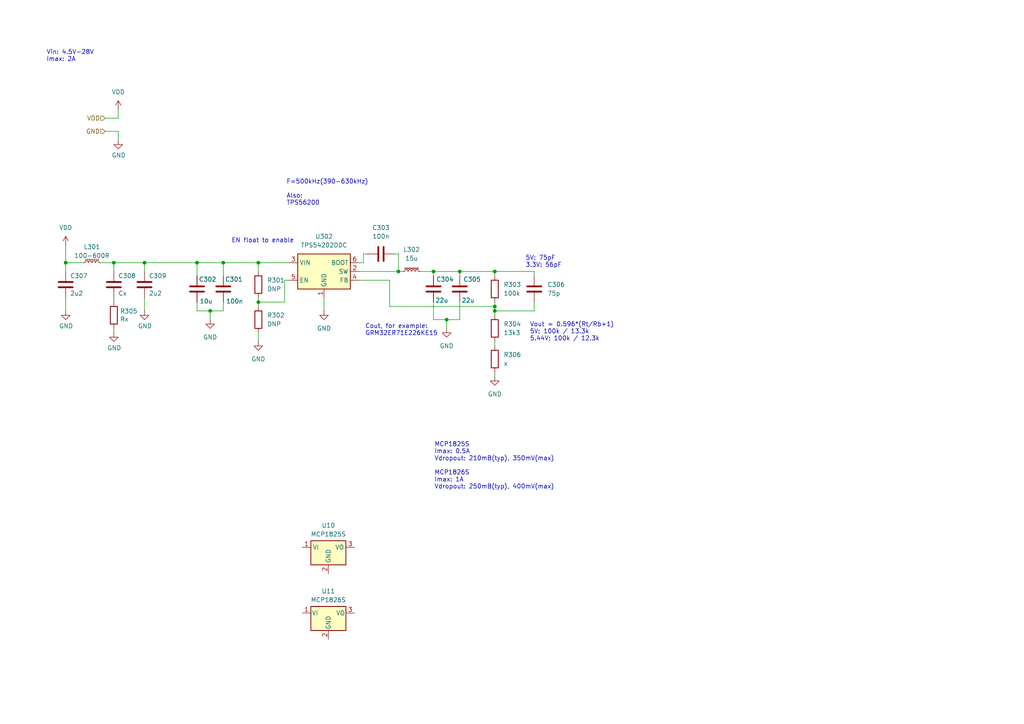
<source format=kicad_sch>
(kicad_sch (version 20231120) (generator "eeschema") (generator_version "8.0")
  (paper "A4")
  (lib_symbols
    (symbol "Device:C" (pin_numbers hide) (pin_names (offset 0.254))
      (property "Reference" "C" (at 0.635 2.54 0))
      (property "Value" "C" (at 0.635 -2.54 0))
      (symbol "C_0_1"
        (polyline (pts (xy -2.032 -0.762) (xy 2.032 -0.762)) (stroke (width 0.508)))
        (polyline (pts (xy -2.032 0.762) (xy 2.032 0.762)) (stroke (width 0.508)))
      )
      (symbol "C_1_1"
        (pin passive line (at 0 3.81 270) (length 2.794) (name "~") (number "1"))
        (pin passive line (at 0 -3.81 90) (length 2.794) (name "~") (number "2"))
      )
    )
    (symbol "Device:L_Ferrite_Small" (pin_numbers hide) (pin_names (offset 0.254) hide)
      (property "Reference" "L" (at 1.27 1.016 0))
      (property "Value" "L_Ferrite_Small" (at 1.27 -1.27 0))
      (symbol "L_Ferrite_Small_0_1"
        (arc (start 0 -2.032) (mid 0.5058 -1.524) (end 0 -1.016))
        (arc (start 0 -1.016) (mid 0.5058 -0.508) (end 0 0))
        (polyline (pts (xy 0.762 -1.905) (xy 0.762 -1.651)))
        (polyline (pts (xy 0.762 -1.397) (xy 0.762 -1.143)))
        (polyline (pts (xy 0.762 -0.889) (xy 0.762 -0.635)))
        (polyline (pts (xy 0.762 -0.381) (xy 0.762 -0.127)))
        (polyline (pts (xy 0.762 0.127) (xy 0.762 0.381)))
        (polyline (pts (xy 0.762 0.635) (xy 0.762 0.889)))
        (polyline (pts (xy 0.762 1.143) (xy 0.762 1.397)))
        (polyline (pts (xy 0.762 1.651) (xy 0.762 1.905)))
        (polyline (pts (xy 1.016 -1.651) (xy 1.016 -1.905)))
        (polyline (pts (xy 1.016 -1.143) (xy 1.016 -1.397)))
        (polyline (pts (xy 1.016 -0.635) (xy 1.016 -0.889)))
        (polyline (pts (xy 1.016 -0.127) (xy 1.016 -0.381)))
        (polyline (pts (xy 1.016 0.381) (xy 1.016 0.127)))
        (polyline (pts (xy 1.016 0.889) (xy 1.016 0.635)))
        (polyline (pts (xy 1.016 1.397) (xy 1.016 1.143)))
        (polyline (pts (xy 1.016 1.905) (xy 1.016 1.651)))
        (arc (start 0 0) (mid 0.5058 0.508) (end 0 1.016))
        (arc (start 0 1.016) (mid 0.5058 1.524) (end 0 2.032))
      )
      (symbol "L_Ferrite_Small_1_1"
        (pin passive line (at 0 2.54 270) (length 0.508) (name "~") (number "1"))
        (pin passive line (at 0 -2.54 90) (length 0.508) (name "~") (number "2"))
      )
    )
    (symbol "Device:L_Iron_Small" (pin_numbers hide) (pin_names (offset 0.254) hide)
      (property "Reference" "L" (at 1.27 1.016 0))
      (property "Value" "L_Iron_Small" (at 1.27 -1.27 0))
      (symbol "L_Iron_Small_0_1"
        (arc (start 0 -2.032) (mid 0.5058 -1.524) (end 0 -1.016))
        (arc (start 0 -1.016) (mid 0.5058 -0.508) (end 0 0))
        (polyline (pts (xy 0.762 2.032) (xy 0.762 -2.032)))
        (polyline (pts (xy 1.016 -2.032) (xy 1.016 2.032)))
        (arc (start 0 0) (mid 0.5058 0.508) (end 0 1.016))
        (arc (start 0 1.016) (mid 0.5058 1.524) (end 0 2.032))
      )
      (symbol "L_Iron_Small_1_1"
        (pin passive line (at 0 2.54 270) (length 0.508) (name "~") (number "1"))
        (pin passive line (at 0 -2.54 90) (length 0.508) (name "~") (number "2"))
      )
    )
    (symbol "Device:R" (pin_numbers hide) (pin_names (offset 0))
      (property "Reference" "R" (at 2.032 0 90))
      (property "Value" "R" (at 0 0 90))
      (symbol "R_0_1"
        (rectangle (start -1.016 -2.54) (end 1.016 2.54) (stroke (width 0.254)))
      )
      (symbol "R_1_1"
        (pin passive line (at 0 3.81 270) (length 1.27) (name "~") (number "1"))
        (pin passive line (at 0 -3.81 90) (length 1.27) (name "~") (number "2"))
      )
    )
    (symbol "Regulator_Linear:MCP1825S"
      (property "Reference" "U" (at -3.81 3.175 0))
      (property "Value" "MCP1825S" (at 0 3.175 0))
      (symbol "MCP1825S_0_1"
        (rectangle (start -5.08 1.905) (end 5.08 -5.08) (stroke (width 0.254)) (fill (type background)))
      )
      (symbol "MCP1825S_1_1"
        (pin power_in line (at -7.62 0 0) (length 2.54) (name "VI") (number "1"))
        (pin power_in line (at 0 -7.62 90) (length 2.54) (name "GND") (number "2"))
        (pin power_out line (at 7.62 0 180) (length 2.54) (name "VO") (number "3"))
      )
    )
    (symbol "Regulator_Linear:MCP1826S" (pin_names (offset 0.254))
      (property "Reference" "U" (at -3.81 3.175 0))
      (property "Value" "MCP1826S" (at 0 3.175 0))
      (symbol "MCP1826S_0_1"
        (rectangle (start -5.08 1.905) (end 5.08 -5.08) (stroke (width 0.254)) (fill (type background)))
      )
      (symbol "MCP1826S_1_1"
        (pin power_in line (at -7.62 0 0) (length 2.54) (name "VI") (number "1"))
        (pin power_in line (at 0 -7.62 90) (length 2.54) (name "GND") (number "2"))
        (pin power_out line (at 7.62 0 180) (length 2.54) (name "VO") (number "3"))
      )
    )
    (symbol "Regulator_Switching:TPS54202DDC"
      (property "Reference" "U" (at -7.62 6.35 0))
      (property "Value" "TPS54202DDC" (at 0 6.35 0))
      (symbol "TPS54202DDC_0_1"
        (rectangle (start -7.62 5.08) (end 7.62 -5.08) (stroke (width 0.254)) (fill (type background)))
      )
      (symbol "TPS54202DDC_1_1"
        (pin power_in line (at 0 -7.62 90) (length 2.54) (name "GND") (number "1"))
        (pin power_out line (at 10.16 0 180) (length 2.54) (name "SW") (number "2"))
        (pin power_in line (at -10.16 2.54 0) (length 2.54) (name "VIN") (number "3"))
        (pin input line (at 10.16 -2.54 180) (length 2.54) (name "FB") (number "4"))
        (pin input line (at -10.16 -2.54 0) (length 2.54) (name "EN") (number "5"))
        (pin passive line (at 10.16 2.54 180) (length 2.54) (name "BOOT") (number "6"))
      )
    )
    (symbol "power:GND" (power) (pin_numbers hide) (pin_names (offset 0) hide)
      (property "Value" "GND" (at 0 -3.81 0))
      (symbol "GND_0_1"
        (polyline (pts (xy 0 0) (xy 0 -1.27) (xy 1.27 -1.27) (xy 0 -2.54) (xy -1.27 -1.27) (xy 0 -1.27)))
      )
      (symbol "GND_1_1"
        (pin power_in line (at 0 0 270) (length 0) (name "~") (number "1"))
      )
    )
    (symbol "power:VDD" (power) (pin_numbers hide) (pin_names (offset 0) hide)
      (property "Value" "VDD" (at 0 3.556 0))
      (symbol "VDD_0_1"
        (polyline (pts (xy -0.762 1.27) (xy 0 2.54)))
        (polyline (pts (xy 0 0) (xy 0 2.54)))
        (polyline (pts (xy 0 2.54) (xy 0.762 1.27)))
      )
      (symbol "VDD_1_1"
        (pin power_in line (at 0 0 90) (length 0) (name "~") (number "1"))
      )
    )
  )
  (junction (at 19.05 76.2))
  (junction (at 133.35 78.74))
  (junction (at 129.54 92.71))
  (junction (at 115.57 78.74))
  (junction (at 64.77 76.2))
  (junction (at 60.96 90.17))
  (junction (at 74.93 76.2))
  (junction (at 143.51 90.17))
  (junction (at 57.15 76.2))
  (junction (at 41.91 76.2))
  (junction (at 143.51 78.74))
  (junction (at 74.93 87.63))
  (junction (at 33.02 76.2))
  (junction (at 125.73 78.74))
  (junction (at 143.51 88.9))
  (wire (pts (xy 125.73 92.71) (xy 129.54 92.71)))
  (wire (pts (xy 154.94 90.17) (xy 143.51 90.17)))
  (wire (pts (xy 19.05 71.12) (xy 19.05 76.2)))
  (wire (pts (xy 104.14 76.2) (xy 105.41 76.2)))
  (wire (pts (xy 114.3 73.66) (xy 115.57 73.66)))
  (wire (pts (xy 133.35 78.74) (xy 143.51 78.74)))
  (wire (pts (xy 125.73 78.74) (xy 125.73 80.01)))
  (wire (pts (xy 41.91 76.2) (xy 57.15 76.2)))
  (wire (pts (xy 143.51 88.9) (xy 113.03 88.9)))
  (wire (pts (xy 57.15 90.17) (xy 60.96 90.17)))
  (wire (pts (xy 143.51 88.9) (xy 143.51 90.17)))
  (wire (pts (xy 29.21 76.2) (xy 33.02 76.2)))
  (wire (pts (xy 19.05 78.74) (xy 19.05 76.2)))
  (wire (pts (xy 143.51 78.74) (xy 143.51 80.01)))
  (wire (pts (xy 125.73 87.63) (xy 125.73 92.71)))
  (wire (pts (xy 82.55 81.28) (xy 82.55 87.63)))
  (wire (pts (xy 41.91 76.2) (xy 41.91 78.74)))
  (wire (pts (xy 64.77 90.17) (xy 64.77 87.63)))
  (wire (pts (xy 30.48 38.1) (xy 34.29 38.1)))
  (wire (pts (xy 74.93 86.36) (xy 74.93 87.63)))
  (wire (pts (xy 19.05 76.2) (xy 24.13 76.2)))
  (wire (pts (xy 60.96 90.17) (xy 60.96 92.71)))
  (wire (pts (xy 74.93 87.63) (xy 74.93 88.9)))
  (wire (pts (xy 33.02 95.25) (xy 33.02 96.52)))
  (wire (pts (xy 115.57 78.74) (xy 116.84 78.74)))
  (wire (pts (xy 143.51 87.63) (xy 143.51 88.9)))
  (wire (pts (xy 82.55 87.63) (xy 74.93 87.63)))
  (wire (pts (xy 129.54 92.71) (xy 133.35 92.71)))
  (wire (pts (xy 121.92 78.74) (xy 125.73 78.74)))
  (wire (pts (xy 34.29 34.29) (xy 34.29 31.75)))
  (wire (pts (xy 125.73 78.74) (xy 133.35 78.74)))
  (wire (pts (xy 57.15 87.63) (xy 57.15 90.17)))
  (wire (pts (xy 57.15 76.2) (xy 64.77 76.2)))
  (wire (pts (xy 133.35 78.74) (xy 133.35 80.01)))
  (wire (pts (xy 143.51 90.17) (xy 143.51 91.44)))
  (wire (pts (xy 74.93 76.2) (xy 83.82 76.2)))
  (wire (pts (xy 30.48 34.29) (xy 34.29 34.29)))
  (wire (pts (xy 105.41 73.66) (xy 106.68 73.66)))
  (wire (pts (xy 83.82 81.28) (xy 82.55 81.28)))
  (wire (pts (xy 113.03 81.28) (xy 104.14 81.28)))
  (wire (pts (xy 104.14 78.74) (xy 115.57 78.74)))
  (wire (pts (xy 57.15 76.2) (xy 57.15 80.01)))
  (wire (pts (xy 129.54 92.71) (xy 129.54 95.25)))
  (wire (pts (xy 143.51 99.06) (xy 143.51 100.33)))
  (wire (pts (xy 33.02 76.2) (xy 41.91 76.2)))
  (wire (pts (xy 113.03 88.9) (xy 113.03 81.28)))
  (wire (pts (xy 41.91 86.36) (xy 41.91 90.17)))
  (wire (pts (xy 60.96 90.17) (xy 64.77 90.17)))
  (wire (pts (xy 115.57 73.66) (xy 115.57 78.74)))
  (wire (pts (xy 64.77 76.2) (xy 74.93 76.2)))
  (wire (pts (xy 34.29 38.1) (xy 34.29 40.64)))
  (wire (pts (xy 33.02 86.36) (xy 33.02 87.63)))
  (wire (pts (xy 154.94 80.01) (xy 154.94 78.74)))
  (wire (pts (xy 74.93 78.74) (xy 74.93 76.2)))
  (wire (pts (xy 154.94 87.63) (xy 154.94 90.17)))
  (wire (pts (xy 33.02 76.2) (xy 33.02 78.74)))
  (wire (pts (xy 154.94 78.74) (xy 143.51 78.74)))
  (wire (pts (xy 93.98 86.36) (xy 93.98 90.17)))
  (wire (pts (xy 105.41 73.66) (xy 105.41 76.2)))
  (wire (pts (xy 133.35 92.71) (xy 133.35 87.63)))
  (wire (pts (xy 143.51 107.95) (xy 143.51 109.22)))
  (wire (pts (xy 74.93 96.52) (xy 74.93 99.06)))
  (wire (pts (xy 19.05 86.36) (xy 19.05 90.17)))
  (wire (pts (xy 64.77 76.2) (xy 64.77 80.01)))
  (text "5V: 75pF\n3.3V: 56pF" (at 152.4 75.946 0) (effects (font (size 1.27 1.27)) (justify left)))
  (text "Cout, for example:\nGRM32ER71E226KE15" (at 105.918 93.98 0) (effects (font (size 1.27 1.27)) (justify left top)))
  (text "EN float to enable" (at 76.2 69.85 0) (effects (font (size 1.27 1.27))))
  (text "Vin: 4.5V-28V\nImax: 2A" (at 13.462 16.256 0) (effects (font (size 1.27 1.27)) (justify left)))
  (text "MCP1825S\nImax: 0.5A\nVdropout: 210mB(typ), 350mV(max)\n\nMCP1826S\nImax: 1A\nVdropout: 250mB(typ), 400mV(max)" (at 125.984 135.128 0) (effects (font (size 1.27 1.27)) (justify left)))
  (text "Vout = 0.596*(Rt/Rb+1)\n5V: 100k / 13.3k\n5.44V: 100k / 12.3k" (at 153.67 93.472 0) (effects (font (size 1.27 1.27)) (justify left top)))
  (text "F=500kHz(390-630kHz)\n\nAlso:\nTPS56200" (at 83.058 52.07 0) (effects (font (size 1.27 1.27)) (justify left top)))
  (hierarchical_label "GND" (shape input) (at 30.48 38.1 180))
  (hierarchical_label "VDD" (shape input) (at 30.48 34.29 180))
  (symbol (lib_id "power:VDD") (at 34.29 31.75 0) (unit 1)
    (property "Reference" "#PWR0308" (effects (hide yes)))
    (property "Value" "VDD" (at 34.29 26.67 0))
    (property "Description" "Power symbol creates a global label with name \"VDD\"" (effects (hide yes)))
  )
  (symbol (lib_id "power:GND") (at 34.29 40.64 0) (unit 1)
    (property "Reference" "#PWR0309" (effects (hide yes)))
    (property "Value" "GND" (at 34.417 45.0342 0))
  )
  (symbol (lib_id "power:GND") (at 19.05 90.17 0) (unit 1)
    (property "Reference" "#PWR0305" (effects (hide yes)))
    (property "Value" "GND" (at 19.177 94.5642 0))
  )
  (symbol (lib_id "power:GND") (at 74.93 99.06 0) (unit 1)
    (property "Reference" "#PWR0311" (effects (hide yes)))
    (property "Value" "GND" (at 74.93 104.14 0))
    (property "Description" "Power symbol creates a global label with name \"GND\" , ground" (effects (hide yes)))
  )
  (symbol (lib_id "power:GND") (at 60.96 92.71 0) (unit 1)
    (property "Reference" "#PWR0302" (effects (hide yes)))
    (property "Value" "GND" (at 60.96 97.79 0))
    (property "Description" "Power symbol creates a global label with name \"GND\" , ground" (effects (hide yes)))
  )
  (symbol (lib_id "Device:C") (at 110.49 73.66 90) (unit 1)
    (property "Reference" "C303" (at 110.49 66.04 90))
    (property "Value" "100n" (at 110.49 68.58 90))
    (property "Description" "Unpolarized capacitor" (effects (hide yes)))
  )
  (symbol (lib_id "Device:C") (at 125.73 83.82 0) (unit 1)
    (property "Reference" "C304" (at 126.492 81.026 0) (effects (justify left)))
    (property "Value" "22u" (at 126.238 87.122 0) (effects (justify left)))
    (property "Description" "Unpolarized capacitor" (effects (hide yes)))
  )
  (symbol (lib_id "power:GND") (at 41.91 90.17 0) (unit 1)
    (property "Reference" "#PWR0306" (effects (hide yes)))
    (property "Value" "GND" (at 42.037 94.5642 0))
  )
  (symbol (lib_id "Device:C") (at 33.02 82.55 0) (unit 1)
    (property "Reference" "C308" (at 34.29 80.01 0) (effects (justify left)))
    (property "Value" "Cx" (at 34.29 85.09 0) (effects (justify left)))
    (property "Footprint" "Capacitor_SMD:C_0805_2012Metric" (effects (hide yes)))
  )
  (symbol (lib_id "Device:R") (at 74.93 82.55 0) (unit 1)
    (property "Reference" "R301" (at 77.47 81.2799 0) (effects (justify left)))
    (property "Value" "DNP" (at 77.47 83.8199 0) (effects (justify left)))
    (property "Description" "Resistor" (effects (hide yes)))
  )
  (symbol (lib_id "Device:C") (at 57.15 83.82 0) (unit 1)
    (property "Reference" "C302" (at 57.658 81.026 0) (effects (justify left)))
    (property "Value" "10u" (at 57.912 87.376 0) (effects (justify left)))
    (property "Description" "Unpolarized capacitor" (effects (hide yes)))
  )
  (symbol (lib_id "Regulator_Linear:MCP1826S") (at 95.25 177.8 0) (unit 1)
    (property "Reference" "U11" (at 95.25 171.45 0))
    (property "Value" "MCP1826S" (at 95.25 173.99 0))
    (property "Datasheet" "http://ww1.microchip.com/downloads/en/DeviceDoc/22057B.pdf" (effects (hide yes)))
    (property "Description" "1000mA, Low-Voltage, Low Quiescent Current LDO Regulator, SOT-223, TO-220, TO-263" (effects (hide yes)))
  )
  (symbol (lib_id "Device:L_Ferrite_Small") (at 26.67 76.2 90) (unit 1)
    (property "Reference" "L301" (at 26.67 71.6112 90))
    (property "Value" "100-600R" (at 26.67 74.1481 90))
    (property "Footprint" "Inductor_SMD:L_0805_2012Metric" (effects (hide yes)))
  )
  (symbol (lib_id "Device:R") (at 143.51 95.25 0) (unit 1)
    (property "Reference" "R304" (at 146.05 93.9799 0) (effects (justify left)))
    (property "Value" "13k3" (at 146.05 96.5199 0) (effects (justify left)))
    (property "Description" "Resistor" (effects (hide yes)))
  )
  (symbol (lib_id "Device:C") (at 154.94 83.82 0) (unit 1)
    (property "Reference" "C306" (at 158.75 82.5499 0) (effects (justify left)))
    (property "Value" "75p" (at 158.75 85.0899 0) (effects (justify left)))
    (property "Description" "Unpolarized capacitor" (effects (hide yes)))
  )
  (symbol (lib_id "Device:C") (at 41.91 82.55 0) (unit 1)
    (property "Reference" "C309" (at 43.18 80.01 0) (effects (justify left)))
    (property "Value" "2u2" (at 43.18 85.09 0) (effects (justify left)))
    (property "Footprint" "Capacitor_SMD:C_0805_2012Metric" (effects (hide yes)))
  )
  (symbol (lib_id "Device:C") (at 64.77 83.82 0) (unit 1)
    (property "Reference" "C301" (at 65.278 81.026 0) (effects (justify left)))
    (property "Value" "100n" (at 65.532 87.376 0) (effects (justify left)))
    (property "Description" "Unpolarized capacitor" (effects (hide yes)))
  )
  (symbol (lib_id "Regulator_Switching:TPS54202DDC") (at 93.98 78.74 0) (unit 1)
    (property "Reference" "U302" (at 93.98 68.58 0))
    (property "Value" "TPS54202DDC" (at 93.98 71.12 0))
    (property "Footprint" "Package_TO_SOT_SMD:SOT-23-6" (effects (hide yes)))
    (property "Datasheet" "http://www.ti.com/lit/ds/symlink/tps54202.pdf" (effects (hide yes)))
    (property "Description" "2A, 4.5 to 28V Input, EMI Friendly integrated switch synchronous step-down regulator, pulse-skipping, SOT-23-6" (effects (hide yes)))
  )
  (symbol (lib_id "Device:R") (at 74.93 92.71 0) (unit 1)
    (property "Reference" "R302" (at 77.47 91.4399 0) (effects (justify left)))
    (property "Value" "DNP" (at 77.47 93.9799 0) (effects (justify left)))
    (property "Description" "Resistor" (effects (hide yes)))
  )
  (symbol (lib_id "Device:R") (at 143.51 104.14 0) (unit 1)
    (property "Reference" "R306" (at 146.05 102.8699 0) (effects (justify left)))
    (property "Value" "x" (at 146.05 105.4099 0) (effects (justify left)))
    (property "Description" "Resistor" (effects (hide yes)))
  )
  (symbol (lib_id "power:GND") (at 143.51 109.22 0) (unit 1)
    (property "Reference" "#PWR0304" (effects (hide yes)))
    (property "Value" "GND" (at 143.51 114.3 0))
    (property "Description" "Power symbol creates a global label with name \"GND\" , ground" (effects (hide yes)))
  )
  (symbol (lib_id "Device:R") (at 33.02 91.44 180) (unit 1)
    (property "Reference" "R305" (at 34.798 90.2716 0) (effects (justify right)))
    (property "Value" "Rx" (at 34.798 92.583 0) (effects (justify right)))
    (property "Footprint" "Resistor_SMD:R_0805_2012Metric" (effects (hide yes)))
  )
  (symbol (lib_id "power:GND") (at 93.98 90.17 0) (unit 1)
    (property "Reference" "#PWR0301" (effects (hide yes)))
    (property "Value" "GND" (at 93.98 95.25 0))
    (property "Description" "Power symbol creates a global label with name \"GND\" , ground" (effects (hide yes)))
  )
  (symbol (lib_id "Device:L_Iron_Small") (at 119.38 78.74 90) (unit 1)
    (property "Reference" "L302" (at 119.38 72.39 90))
    (property "Value" "15u" (at 119.38 74.93 90))
    (property "Description" "Inductor with iron core, small symbol" (effects (hide yes)))
  )
  (symbol (lib_id "Device:C") (at 19.05 82.55 0) (unit 1)
    (property "Reference" "C307" (at 20.32 80.01 0) (effects (justify left)))
    (property "Value" "2u2" (at 20.32 85.09 0) (effects (justify left)))
    (property "Footprint" "Capacitor_SMD:C_0805_2012Metric" (effects (hide yes)))
  )
  (symbol (lib_id "Regulator_Linear:MCP1825S") (at 95.25 158.75 0) (unit 1)
    (property "Reference" "U10" (at 95.25 152.4 0))
    (property "Value" "MCP1825S" (at 95.25 154.94 0))
    (property "Datasheet" "http://ww1.microchip.com/downloads/en/devicedoc/22056b.pdf" (effects (hide yes)))
    (property "Description" "500mA, Low-Voltage, Low Quiescent Current LDO Regulator, SOT-223, TO-220, TO-263" (effects (hide yes)))
  )
  (symbol (lib_id "power:GND") (at 33.02 96.52 0) (unit 1)
    (property "Reference" "#PWR0307" (effects (hide yes)))
    (property "Value" "GND" (at 33.147 100.9142 0))
  )
  (symbol (lib_id "Device:R") (at 143.51 83.82 0) (unit 1)
    (property "Reference" "R303" (at 146.05 82.5499 0) (effects (justify left)))
    (property "Value" "100k" (at 146.05 85.0899 0) (effects (justify left)))
    (property "Description" "Resistor" (effects (hide yes)))
  )
  (symbol (lib_id "power:GND") (at 129.54 95.25 0) (unit 1)
    (property "Reference" "#PWR0303" (effects (hide yes)))
    (property "Value" "GND" (at 129.54 100.33 0))
    (property "Description" "Power symbol creates a global label with name \"GND\" , ground" (effects (hide yes)))
  )
  (symbol (lib_id "Device:C") (at 133.35 83.82 0) (unit 1)
    (property "Reference" "C305" (at 134.366 81.026 0) (effects (justify left)))
    (property "Value" "22u" (at 133.858 87.122 0) (effects (justify left)))
    (property "Description" "Unpolarized capacitor" (effects (hide yes)))
  )
  (symbol (lib_id "power:VDD") (at 19.05 71.12 0) (unit 1)
    (property "Reference" "#PWR0310" (effects (hide yes)))
    (property "Value" "VDD" (at 19.05 66.04 0))
    (property "Description" "Power symbol creates a global label with name \"VDD\"" (effects (hide yes)))
  )
)
</source>
